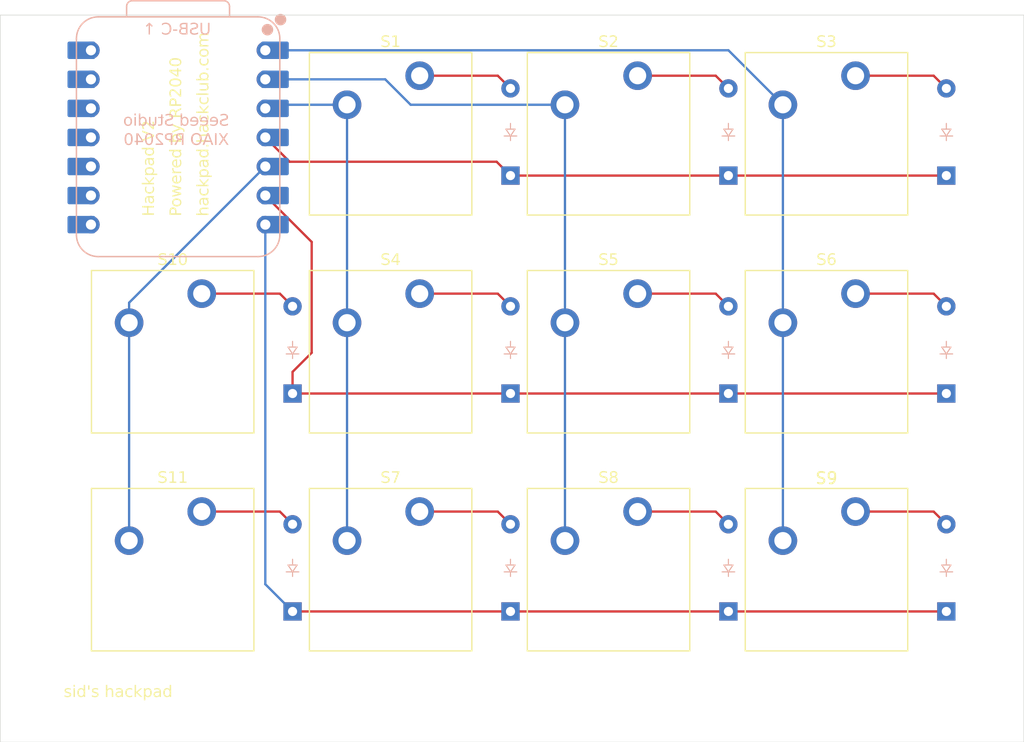
<source format=kicad_pcb>
(kicad_pcb (version 20240108) (generator "pcbnew") (generator_version "8.0")
  (layers (0 "F.Cu" signal) (31 "B.Cu" signal) (34 "B.Paste" user) (35 "F.Paste" user) (36 "B.SilkS" user "B.Silkscreen") (37 "F.SilkS" user "F.Silkscreen") (38 "B.Mask" user) (39 "F.Mask" user) (44 "Edge.Cuts" user))
  (net 0 "")
  (net 1 "Row 0")
  (net 2 "Net-(D1-A)")
  (net 3 "Net-(D2-A)")
  (net 4 "Net-(D3-A)")
  (net 5 "Row 1")
  (net 6 "Net-(D4-A)")
  (net 7 "Net-(D5-A)")
  (net 8 "Net-(D6-A)")
  (net 9 "Row 2")
  (net 10 "Net-(D7-A)")
  (net 11 "Net-(D8-A)")
  (net 12 "Net-(D9-A)")
  (net 13 "Net-(D11-A)")
  (net 14 "Column 1")
  (net 15 "Column 2")
  (net 16 "Column 3")
  (net 17 "Column 0")
  (net 21 "Net-(D10-A)")
  (footprint "ScottoKeebs_MX:MX_PCB_1.00u" (layer "F.Cu") (at 134.16 40.64)
    (property "Reference" "S3" (at 0 -8 0) (layer "F.SilkS"))
    (property "Value" "Keyswitch")
    (fp_line (start -7.1 -7.1) (end -7.1 7.1) (stroke (width 0.12)) (layer "F.SilkS"))
    (fp_line (start -7.1 7.1) (end 7.1 7.1) (stroke (width 0.12)) (layer "F.SilkS"))
    (fp_line (start 7.1 -7.1) (end -7.1 -7.1) (stroke (width 0.12)) (layer "F.SilkS"))
    (fp_line (start 7.1 7.1) (end 7.1 -7.1) (stroke (width 0.12)) (layer "F.SilkS"))
    (pad "" np_thru_hole circle (at -5.08 0) (size 1.75 1.75) (drill 1.75) (layers "*.Cu" "*.Mask"))
    (pad "" np_thru_hole circle (at 0 0) (size 4 4) (drill 4) (layers "*.Cu" "*.Mask"))
    (pad "" np_thru_hole circle (at 5.08 0) (size 1.75 1.75) (drill 1.75) (layers "*.Cu" "*.Mask"))
    (pad "1" thru_hole circle (at -3.81 -2.54) (size 2.5 2.5) (drill 1.5) (layers "*.Cu" "*.Mask") (net 16 "Column 3"))
    (pad "2" thru_hole circle (at 2.54 -5.08) (size 2.5 2.5) (drill 1.5) (layers "*.Cu" "*.Mask") (net 4 "Net-(D3-A)"))
  )
  (footprint "ScottoKeebs_MX:MX_PCB_1.00u" (layer "F.Cu") (at 96.06 78.74)
    (property "Reference" "S7" (at 0 -8 0) (layer "F.SilkS"))
    (property "Value" "Keyswitch")
    (fp_line (start -7.1 -7.1) (end -7.1 7.1) (stroke (width 0.12)) (layer "F.SilkS"))
    (fp_line (start -7.1 7.1) (end 7.1 7.1) (stroke (width 0.12)) (layer "F.SilkS"))
    (fp_line (start 7.1 -7.1) (end -7.1 -7.1) (stroke (width 0.12)) (layer "F.SilkS"))
    (fp_line (start 7.1 7.1) (end 7.1 -7.1) (stroke (width 0.12)) (layer "F.SilkS"))
    (pad "" np_thru_hole circle (at -5.08 0) (size 1.75 1.75) (drill 1.75) (layers "*.Cu" "*.Mask"))
    (pad "" np_thru_hole circle (at 0 0) (size 4 4) (drill 4) (layers "*.Cu" "*.Mask"))
    (pad "" np_thru_hole circle (at 5.08 0) (size 1.75 1.75) (drill 1.75) (layers "*.Cu" "*.Mask"))
    (pad "1" thru_hole circle (at -3.81 -2.54) (size 2.5 2.5) (drill 1.5) (layers "*.Cu" "*.Mask") (net 14 "Column 1"))
    (pad "2" thru_hole circle (at 2.54 -5.08) (size 2.5 2.5) (drill 1.5) (layers "*.Cu" "*.Mask") (net 10 "Net-(D7-A)"))
  )
  (footprint "ScottoKeebs_MX:MX_PCB_1.00u" (layer "F.Cu") (at 96.06 40.64)
    (property "Reference" "S1" (at 0 -8 0) (layer "F.SilkS"))
    (property "Value" "Keyswitch")
    (fp_line (start -7.1 -7.1) (end -7.1 7.1) (stroke (width 0.12)) (layer "F.SilkS"))
    (fp_line (start -7.1 7.1) (end 7.1 7.1) (stroke (width 0.12)) (layer "F.SilkS"))
    (fp_line (start 7.1 -7.1) (end -7.1 -7.1) (stroke (width 0.12)) (layer "F.SilkS"))
    (fp_line (start 7.1 7.1) (end 7.1 -7.1) (stroke (width 0.12)) (layer "F.SilkS"))
    (pad "" np_thru_hole circle (at -5.08 0) (size 1.75 1.75) (drill 1.75) (layers "*.Cu" "*.Mask"))
    (pad "" np_thru_hole circle (at 0 0) (size 4 4) (drill 4) (layers "*.Cu" "*.Mask"))
    (pad "" np_thru_hole circle (at 5.08 0) (size 1.75 1.75) (drill 1.75) (layers "*.Cu" "*.Mask"))
    (pad "1" thru_hole circle (at -3.81 -2.54) (size 2.5 2.5) (drill 1.5) (layers "*.Cu" "*.Mask") (net 14 "Column 1"))
    (pad "2" thru_hole circle (at 2.54 -5.08) (size 2.5 2.5) (drill 1.5) (layers "*.Cu" "*.Mask") (net 2 "Net-(D1-A)"))
  )
  (footprint "ScottoKeebs_MX:MX_PCB_1.00u" (layer "F.Cu") (at 115.11 78.74)
    (property "Reference" "S8" (at 0 -8 0) (layer "F.SilkS"))
    (property "Value" "Keyswitch")
    (fp_line (start -7.1 -7.1) (end -7.1 7.1) (stroke (width 0.12)) (layer "F.SilkS"))
    (fp_line (start -7.1 7.1) (end 7.1 7.1) (stroke (width 0.12)) (layer "F.SilkS"))
    (fp_line (start 7.1 -7.1) (end -7.1 -7.1) (stroke (width 0.12)) (layer "F.SilkS"))
    (fp_line (start 7.1 7.1) (end 7.1 -7.1) (stroke (width 0.12)) (layer "F.SilkS"))
    (pad "" np_thru_hole circle (at -5.08 0) (size 1.75 1.75) (drill 1.75) (layers "*.Cu" "*.Mask"))
    (pad "" np_thru_hole circle (at 0 0) (size 4 4) (drill 4) (layers "*.Cu" "*.Mask"))
    (pad "" np_thru_hole circle (at 5.08 0) (size 1.75 1.75) (drill 1.75) (layers "*.Cu" "*.Mask"))
    (pad "1" thru_hole circle (at -3.81 -2.54) (size 2.5 2.5) (drill 1.5) (layers "*.Cu" "*.Mask") (net 15 "Column 2"))
    (pad "2" thru_hole circle (at 2.54 -5.08) (size 2.5 2.5) (drill 1.5) (layers "*.Cu" "*.Mask") (net 11 "Net-(D8-A)"))
  )
  (footprint "ScottoKeebs_MX:MX_PCB_1.00u" (layer "F.Cu") (at 77.01 59.69)
    (property "Reference" "S10" (at 0 -8 0) (layer "F.SilkS"))
    (property "Value" "Keyswitch")
    (fp_line (start -7.1 -7.1) (end -7.1 7.1) (stroke (width 0.12)) (layer "F.SilkS"))
    (fp_line (start -7.1 7.1) (end 7.1 7.1) (stroke (width 0.12)) (layer "F.SilkS"))
    (fp_line (start 7.1 -7.1) (end -7.1 -7.1) (stroke (width 0.12)) (layer "F.SilkS"))
    (fp_line (start 7.1 7.1) (end 7.1 -7.1) (stroke (width 0.12)) (layer "F.SilkS"))
    (pad "" np_thru_hole circle (at -5.08 0) (size 1.75 1.75) (drill 1.75) (layers "*.Cu" "*.Mask"))
    (pad "" np_thru_hole circle (at 0 0) (size 4 4) (drill 4) (layers "*.Cu" "*.Mask"))
    (pad "" np_thru_hole circle (at 5.08 0) (size 1.75 1.75) (drill 1.75) (layers "*.Cu" "*.Mask"))
    (pad "1" thru_hole circle (at -3.81 -2.54) (size 2.5 2.5) (drill 1.5) (layers "*.Cu" "*.Mask") (net 17 "Column 0"))
    (pad "2" thru_hole circle (at 2.54 -5.08) (size 2.5 2.5) (drill 1.5) (layers "*.Cu" "*.Mask") (net 21 "Net-(D10-A)"))
  )
  (footprint "ScottoKeebs_MX:MX_PCB_1.00u" (layer "F.Cu") (at 96.06 59.69)
    (property "Reference" "S4" (at 0 -8 0) (layer "F.SilkS"))
    (property "Value" "Keyswitch")
    (fp_line (start -7.1 -7.1) (end -7.1 7.1) (stroke (width 0.12)) (layer "F.SilkS"))
    (fp_line (start -7.1 7.1) (end 7.1 7.1) (stroke (width 0.12)) (layer "F.SilkS"))
    (fp_line (start 7.1 -7.1) (end -7.1 -7.1) (stroke (width 0.12)) (layer "F.SilkS"))
    (fp_line (start 7.1 7.1) (end 7.1 -7.1) (stroke (width 0.12)) (layer "F.SilkS"))
    (pad "" np_thru_hole circle (at -5.08 0) (size 1.75 1.75) (drill 1.75) (layers "*.Cu" "*.Mask"))
    (pad "" np_thru_hole circle (at 0 0) (size 4 4) (drill 4) (layers "*.Cu" "*.Mask"))
    (pad "" np_thru_hole circle (at 5.08 0) (size 1.75 1.75) (drill 1.75) (layers "*.Cu" "*.Mask"))
    (pad "1" thru_hole circle (at -3.81 -2.54) (size 2.5 2.5) (drill 1.5) (layers "*.Cu" "*.Mask") (net 14 "Column 1"))
    (pad "2" thru_hole circle (at 2.54 -5.08) (size 2.5 2.5) (drill 1.5) (layers "*.Cu" "*.Mask") (net 6 "Net-(D4-A)"))
  )
  (footprint "ScottoKeebs_MX:MX_PCB_1.00u" (layer "F.Cu") (at 77.01 78.74)
    (property "Reference" "S11" (at 0 -8 0) (layer "F.SilkS"))
    (property "Value" "Keyswitch")
    (fp_line (start -7.1 -7.1) (end -7.1 7.1) (stroke (width 0.12)) (layer "F.SilkS"))
    (fp_line (start -7.1 7.1) (end 7.1 7.1) (stroke (width 0.12)) (layer "F.SilkS"))
    (fp_line (start 7.1 -7.1) (end -7.1 -7.1) (stroke (width 0.12)) (layer "F.SilkS"))
    (fp_line (start 7.1 7.1) (end 7.1 -7.1) (stroke (width 0.12)) (layer "F.SilkS"))
    (pad "" np_thru_hole circle (at -5.08 0) (size 1.75 1.75) (drill 1.75) (layers "*.Cu" "*.Mask"))
    (pad "" np_thru_hole circle (at 0 0) (size 4 4) (drill 4) (layers "*.Cu" "*.Mask"))
    (pad "" np_thru_hole circle (at 5.08 0) (size 1.75 1.75) (drill 1.75) (layers "*.Cu" "*.Mask"))
    (pad "1" thru_hole circle (at -3.81 -2.54) (size 2.5 2.5) (drill 1.5) (layers "*.Cu" "*.Mask") (net 17 "Column 0"))
    (pad "2" thru_hole circle (at 2.54 -5.08) (size 2.5 2.5) (drill 1.5) (layers "*.Cu" "*.Mask") (net 13 "Net-(D11-A)"))
  )
  (footprint "ScottoKeebs_MX:MX_PCB_1.00u" (layer "F.Cu") (at 115.11 59.69)
    (property "Reference" "S5" (at 0 -8 0) (layer "F.SilkS"))
    (property "Value" "Keyswitch")
    (fp_line (start -7.1 -7.1) (end -7.1 7.1) (stroke (width 0.12)) (layer "F.SilkS"))
    (fp_line (start -7.1 7.1) (end 7.1 7.1) (stroke (width 0.12)) (layer "F.SilkS"))
    (fp_line (start 7.1 -7.1) (end -7.1 -7.1) (stroke (width 0.12)) (layer "F.SilkS"))
    (fp_line (start 7.1 7.1) (end 7.1 -7.1) (stroke (width 0.12)) (layer "F.SilkS"))
    (pad "" np_thru_hole circle (at -5.08 0) (size 1.75 1.75) (drill 1.75) (layers "*.Cu" "*.Mask"))
    (pad "" np_thru_hole circle (at 0 0) (size 4 4) (drill 4) (layers "*.Cu" "*.Mask"))
    (pad "" np_thru_hole circle (at 5.08 0) (size 1.75 1.75) (drill 1.75) (layers "*.Cu" "*.Mask"))
    (pad "1" thru_hole circle (at -3.81 -2.54) (size 2.5 2.5) (drill 1.5) (layers "*.Cu" "*.Mask") (net 15 "Column 2"))
    (pad "2" thru_hole circle (at 2.54 -5.08) (size 2.5 2.5) (drill 1.5) (layers "*.Cu" "*.Mask") (net 7 "Net-(D5-A)"))
  )
  (footprint "ScottoKeebs_MX:MX_PCB_1.00u" (layer "F.Cu") (at 115.11 40.64)
    (property "Reference" "S2" (at 0 -8 0) (layer "F.SilkS"))
    (property "Value" "Keyswitch")
    (fp_line (start -7.1 -7.1) (end -7.1 7.1) (stroke (width 0.12)) (layer "F.SilkS"))
    (fp_line (start -7.1 7.1) (end 7.1 7.1) (stroke (width 0.12)) (layer "F.SilkS"))
    (fp_line (start 7.1 -7.1) (end -7.1 -7.1) (stroke (width 0.12)) (layer "F.SilkS"))
    (fp_line (start 7.1 7.1) (end 7.1 -7.1) (stroke (width 0.12)) (layer "F.SilkS"))
    (pad "" np_thru_hole circle (at -5.08 0) (size 1.75 1.75) (drill 1.75) (layers "*.Cu" "*.Mask"))
    (pad "" np_thru_hole circle (at 0 0) (size 4 4) (drill 4) (layers "*.Cu" "*.Mask"))
    (pad "" np_thru_hole circle (at 5.08 0) (size 1.75 1.75) (drill 1.75) (layers "*.Cu" "*.Mask"))
    (pad "1" thru_hole circle (at -3.81 -2.54) (size 2.5 2.5) (drill 1.5) (layers "*.Cu" "*.Mask") (net 15 "Column 2"))
    (pad "2" thru_hole circle (at 2.54 -5.08) (size 2.5 2.5) (drill 1.5) (layers "*.Cu" "*.Mask") (net 3 "Net-(D2-A)"))
  )
  (footprint "ScottoKeebs_MX:MX_PCB_1.00u" (layer "F.Cu") (at 134.16 78.74)
    (property "Reference" "S9" (at 0 -8 0) (layer "F.SilkS"))
    (property "Value" "Keyswitch")
    (fp_line (start -7.1 -7.1) (end -7.1 7.1) (stroke (width 0.12)) (layer "F.SilkS"))
    (fp_line (start -7.1 7.1) (end 7.1 7.1) (stroke (width 0.12)) (layer "F.SilkS"))
    (fp_line (start 7.1 -7.1) (end -7.1 -7.1) (stroke (width 0.12)) (layer "F.SilkS"))
    (fp_line (start 7.1 7.1) (end 7.1 -7.1) (stroke (width 0.12)) (layer "F.SilkS"))
    (pad "" np_thru_hole circle (at -5.08 0) (size 1.75 1.75) (drill 1.75) (layers "*.Cu" "*.Mask"))
    (pad "" np_thru_hole circle (at 0 0) (size 4 4) (drill 4) (layers "*.Cu" "*.Mask"))
    (pad "" np_thru_hole circle (at 5.08 0) (size 1.75 1.75) (drill 1.75) (layers "*.Cu" "*.Mask"))
    (pad "1" thru_hole circle (at -3.81 -2.54) (size 2.5 2.5) (drill 1.5) (layers "*.Cu" "*.Mask") (net 16 "Column 3"))
    (pad "2" thru_hole circle (at 2.54 -5.08) (size 2.5 2.5) (drill 1.5) (layers "*.Cu" "*.Mask") (net 12 "Net-(D9-A)"))
  )
  (footprint "ScottoKeebs_MX:MX_PCB_1.00u" (layer "F.Cu") (at 134.16 59.69)
    (property "Reference" "S6" (at 0 -8 0) (layer "F.SilkS"))
    (property "Value" "Keyswitch")
    (fp_line (start -7.1 -7.1) (end -7.1 7.1) (stroke (width 0.12)) (layer "F.SilkS"))
    (fp_line (start -7.1 7.1) (end 7.1 7.1) (stroke (width 0.12)) (layer "F.SilkS"))
    (fp_line (start 7.1 -7.1) (end -7.1 -7.1) (stroke (width 0.12)) (layer "F.SilkS"))
    (fp_line (start 7.1 7.1) (end 7.1 -7.1) (stroke (width 0.12)) (layer "F.SilkS"))
    (pad "" np_thru_hole circle (at -5.08 0) (size 1.75 1.75) (drill 1.75) (layers "*.Cu" "*.Mask"))
    (pad "" np_thru_hole circle (at 0 0) (size 4 4) (drill 4) (layers "*.Cu" "*.Mask"))
    (pad "" np_thru_hole circle (at 5.08 0) (size 1.75 1.75) (drill 1.75) (layers "*.Cu" "*.Mask"))
    (pad "1" thru_hole circle (at -3.81 -2.54) (size 2.5 2.5) (drill 1.5) (layers "*.Cu" "*.Mask") (net 16 "Column 3"))
    (pad "2" thru_hole circle (at 2.54 -5.08) (size 2.5 2.5) (drill 1.5) (layers "*.Cu" "*.Mask") (net 8 "Net-(D6-A)"))
  )
  (footprint "ScottoKeebs_Components:Diode_DO-35" (layer "B.Cu") (at 106.5375 82.39125 90)
    (property "Reference" "D7" (hide yes))
    (property "Value" "Diode" (hide yes))
    (fp_line (start 3.46 -0.55) (end 3.46 0.55) (stroke (width 0.1)) (layer "B.SilkS"))
    (fp_line (start 4.06 -0.4) (end 4.06 0.4) (stroke (width 0.1)) (layer "B.SilkS"))
    (fp_line (start 4.56 0) (end 4.06 0) (stroke (width 0.1)) (layer "B.SilkS"))
    (fp_line (start 3.46 0) (end 4.06 -0.4) (stroke (width 0.1)) (layer "B.SilkS"))
    (fp_line (start 3.46 0) (end 3.06 0) (stroke (width 0.1)) (layer "B.SilkS"))
    (fp_line (start 4.06 0.4) (end 3.46 0) (stroke (width 0.1)) (layer "B.SilkS"))
    (pad "1" thru_hole rect (at 0 0 90) (size 1.6 1.6) (drill 0.8) (layers "*.Cu" "*.Mask") (net 9 "Row 2"))
    (pad "2" thru_hole oval (at 7.62 0 90) (size 1.6 1.6) (drill 0.8) (layers "*.Cu" "*.Mask") (net 10 "Net-(D7-A)"))
  )
  (footprint "ScottoKeebs_Components:Diode_DO-35" (layer "B.Cu") (at 144.6375 82.39125 90)
    (property "Reference" "D9" (hide yes))
    (property "Value" "Diode" (hide yes))
    (fp_line (start 3.46 -0.55) (end 3.46 0.55) (stroke (width 0.1)) (layer "B.SilkS"))
    (fp_line (start 4.06 -0.4) (end 4.06 0.4) (stroke (width 0.1)) (layer "B.SilkS"))
    (fp_line (start 4.56 0) (end 4.06 0) (stroke (width 0.1)) (layer "B.SilkS"))
    (fp_line (start 3.46 0) (end 4.06 -0.4) (stroke (width 0.1)) (layer "B.SilkS"))
    (fp_line (start 3.46 0) (end 3.06 0) (stroke (width 0.1)) (layer "B.SilkS"))
    (fp_line (start 4.06 0.4) (end 3.46 0) (stroke (width 0.1)) (layer "B.SilkS"))
    (pad "1" thru_hole rect (at 0 0 90) (size 1.6 1.6) (drill 0.8) (layers "*.Cu" "*.Mask") (net 9 "Row 2"))
    (pad "2" thru_hole oval (at 7.62 0 90) (size 1.6 1.6) (drill 0.8) (layers "*.Cu" "*.Mask") (net 12 "Net-(D9-A)"))
  )
  (footprint "ScottoKeebs_Components:Diode_DO-35" (layer "B.Cu") (at 87.4875 63.34125 90)
    (property "Reference" "D10" (hide yes))
    (property "Value" "Diode" (hide yes))
    (fp_line (start 3.46 -0.55) (end 3.46 0.55) (stroke (width 0.1)) (layer "B.SilkS"))
    (fp_line (start 4.06 -0.4) (end 4.06 0.4) (stroke (width 0.1)) (layer "B.SilkS"))
    (fp_line (start 4.56 0) (end 4.06 0) (stroke (width 0.1)) (layer "B.SilkS"))
    (fp_line (start 3.46 0) (end 4.06 -0.4) (stroke (width 0.1)) (layer "B.SilkS"))
    (fp_line (start 3.46 0) (end 3.06 0) (stroke (width 0.1)) (layer "B.SilkS"))
    (fp_line (start 4.06 0.4) (end 3.46 0) (stroke (width 0.1)) (layer "B.SilkS"))
    (pad "1" thru_hole rect (at 0 0 90) (size 1.6 1.6) (drill 0.8) (layers "*.Cu" "*.Mask") (net 5 "Row 1"))
    (pad "2" thru_hole oval (at 7.62 0 90) (size 1.6 1.6) (drill 0.8) (layers "*.Cu" "*.Mask") (net 21 "Net-(D10-A)"))
  )
  (footprint "ScottoKeebs_Components:Diode_DO-35" (layer "B.Cu") (at 125.5875 63.34125 90)
    (property "Reference" "D5" (hide yes))
    (property "Value" "Diode" (hide yes))
    (fp_line (start 3.46 -0.55) (end 3.46 0.55) (stroke (width 0.1)) (layer "B.SilkS"))
    (fp_line (start 4.06 -0.4) (end 4.06 0.4) (stroke (width 0.1)) (layer "B.SilkS"))
    (fp_line (start 4.56 0) (end 4.06 0) (stroke (width 0.1)) (layer "B.SilkS"))
    (fp_line (start 3.46 0) (end 4.06 -0.4) (stroke (width 0.1)) (layer "B.SilkS"))
    (fp_line (start 3.46 0) (end 3.06 0) (stroke (width 0.1)) (layer "B.SilkS"))
    (fp_line (start 4.06 0.4) (end 3.46 0) (stroke (width 0.1)) (layer "B.SilkS"))
    (pad "1" thru_hole rect (at 0 0 90) (size 1.6 1.6) (drill 0.8) (layers "*.Cu" "*.Mask") (net 5 "Row 1"))
    (pad "2" thru_hole oval (at 7.62 0 90) (size 1.6 1.6) (drill 0.8) (layers "*.Cu" "*.Mask") (net 7 "Net-(D5-A)"))
  )
  (footprint "ScottoKeebs_Components:Diode_DO-35" (layer "B.Cu") (at 144.6375 44.29125 90)
    (property "Reference" "D3" (hide yes))
    (property "Value" "Diode" (hide yes))
    (fp_line (start 3.46 -0.55) (end 3.46 0.55) (stroke (width 0.1)) (layer "B.SilkS"))
    (fp_line (start 4.06 -0.4) (end 4.06 0.4) (stroke (width 0.1)) (layer "B.SilkS"))
    (fp_line (start 4.56 0) (end 4.06 0) (stroke (width 0.1)) (layer "B.SilkS"))
    (fp_line (start 3.46 0) (end 4.06 -0.4) (stroke (width 0.1)) (layer "B.SilkS"))
    (fp_line (start 3.46 0) (end 3.06 0) (stroke (width 0.1)) (layer "B.SilkS"))
    (fp_line (start 4.06 0.4) (end 3.46 0) (stroke (width 0.1)) (layer "B.SilkS"))
    (pad "1" thru_hole rect (at 0 0 90) (size 1.6 1.6) (drill 0.8) (layers "*.Cu" "*.Mask") (net 1 "Row 0"))
    (pad "2" thru_hole oval (at 7.62 0 90) (size 1.6 1.6) (drill 0.8) (layers "*.Cu" "*.Mask") (net 4 "Net-(D3-A)"))
  )
  (footprint "ScottoKeebs_Components:Diode_DO-35" (layer "B.Cu") (at 144.6375 63.34125 90)
    (property "Reference" "D6" (hide yes))
    (property "Value" "Diode" (hide yes))
    (fp_line (start 3.46 -0.55) (end 3.46 0.55) (stroke (width 0.1)) (layer "B.SilkS"))
    (fp_line (start 4.06 -0.4) (end 4.06 0.4) (stroke (width 0.1)) (layer "B.SilkS"))
    (fp_line (start 4.56 0) (end 4.06 0) (stroke (width 0.1)) (layer "B.SilkS"))
    (fp_line (start 3.46 0) (end 4.06 -0.4) (stroke (width 0.1)) (layer "B.SilkS"))
    (fp_line (start 3.46 0) (end 3.06 0) (stroke (width 0.1)) (layer "B.SilkS"))
    (fp_line (start 4.06 0.4) (end 3.46 0) (stroke (width 0.1)) (layer "B.SilkS"))
    (pad "1" thru_hole rect (at 0 0 90) (size 1.6 1.6) (drill 0.8) (layers "*.Cu" "*.Mask") (net 5 "Row 1"))
    (pad "2" thru_hole oval (at 7.62 0 90) (size 1.6 1.6) (drill 0.8) (layers "*.Cu" "*.Mask") (net 8 "Net-(D6-A)"))
  )
  (footprint "Seeed Studio XIAO Series Library:XIAO-RP2040-DIP" (layer "B.Cu") (at 77.48625 40.9575 180)
    (property "Reference" "U1" (hide yes))
    (property "Value" "XIAO-RP2040-DIP")
    (fp_line (start 8.89 8.636) (end 8.89 -8.509) (stroke (width 0.127)) (layer "B.SilkS"))
    (fp_line (start 6.985 -10.414) (end -6.985 -10.414) (stroke (width 0.127)) (layer "B.SilkS"))
    (fp_line (start 4.504 10.541) (end 4.504 11.451) (stroke (width 0.127)) (layer "B.SilkS"))
    (fp_line (start 4.004 11.951) (end -3.991272 11.951) (stroke (width 0.127)) (layer "B.SilkS"))
    (fp_line (start -4.491272 11.451272) (end -4.495 10.541) (stroke (width 0.127)) (layer "B.SilkS"))
    (fp_line (start -6.985 10.541) (end 6.985 10.541) (stroke (width 0.1)) (layer "B.SilkS"))
    (fp_line (start -6.985 10.541) (end 6.985 10.541) (stroke (width 0.127)) (layer "B.SilkS"))
    (fp_line (start -8.89 8.636) (end -8.89 -8.509) (stroke (width 0.127)) (layer "B.SilkS"))
    (fp_arc (start 8.89 8.636) (mid 8.332038 9.983038) (end 6.985 10.541) (stroke (width 0.127)) (layer "B.SilkS"))
    (fp_arc (start 6.985 -10.414) (mid 8.332038 -9.856038) (end 8.89 -8.509) (stroke (width 0.127)) (layer "B.SilkS"))
    (fp_arc (start 4.504 11.451) (mid 4.357553 11.804553) (end 4.004 11.951) (stroke (width 0.127)) (layer "B.SilkS"))
    (fp_arc (start -3.991272 11.951) (mid -4.344724 11.804644) (end -4.491272 11.451272) (stroke (width 0.127)) (layer "B.SilkS"))
    (fp_arc (start -6.985 10.541) (mid -8.332038 9.983038) (end -8.89 8.636) (stroke (width 0.127)) (layer "B.SilkS"))
    (fp_arc (start -8.89 -8.509) (mid -8.332038 -9.856038) (end -6.985 -10.414) (stroke (width 0.127)) (layer "B.SilkS"))
    (fp_circle (center -7.807 9.42) (end -7.807 9.674) (stroke (width 0.5)) (fill solid) (layer "B.SilkS"))
    (fp_circle (center -8.95 10.3) (end -8.95 10.554) (stroke (width 0.5)) (fill solid) (layer "B.SilkS"))
    (pad "1" smd roundrect (at -8.455 7.62) (size 2.432 1.524) (layers "B.Cu" "B.Mask") (roundrect_rratio 0.1) (net 16 "Column 3"))
    (pad "1" thru_hole circle (at -7.62 7.62) (size 1.524 1.524) (drill 0.889) (layers "*.Cu" "*.Mask") (net 16 "Column 3"))
    (pad "2" smd roundrect (at -8.455 5.08) (size 2.432 1.524) (layers "B.Cu" "B.Mask") (roundrect_rratio 0.1) (net 15 "Column 2"))
    (pad "2" thru_hole circle (at -7.62 5.08) (size 1.524 1.524) (drill 0.889) (layers "*.Cu" "*.Mask") (net 15 "Column 2"))
    (pad "3" smd roundrect (at -8.455 2.54) (size 2.432 1.524) (layers "B.Cu" "B.Mask") (roundrect_rratio 0.1) (net 14 "Column 1"))
    (pad "3" thru_hole circle (at -7.62 2.54) (size 1.524 1.524) (drill 0.889) (layers "*.Cu" "*.Mask") (net 14 "Column 1"))
    (pad "4" smd roundrect (at -8.455 0) (size 2.432 1.524) (layers "B.Cu" "B.Mask") (roundrect_rratio 0.1) (net 1 "Row 0"))
    (pad "4" thru_hole circle (at -7.62 0) (size 1.524 1.524) (drill 0.889) (layers "*.Cu" "*.Mask") (net 1 "Row 0"))
    (pad "5" smd roundrect (at -8.455 -2.54) (size 2.432 1.524) (layers "B.Cu" "B.Mask") (roundrect_rratio 0.1) (net 17 "Column 0"))
    (pad "5" thru_hole circle (at -7.62 -2.54) (size 1.524 1.524) (drill 0.889) (layers "*.Cu" "*.Mask") (net 17 "Column 0"))
    (pad "6" smd roundrect (at -8.455 -5.08) (size 2.432 1.524) (layers "B.Cu" "B.Mask") (roundrect_rratio 0.1) (net 5 "Row 1"))
    (pad "6" thru_hole circle (at -7.62 -5.08) (size 1.524 1.524) (drill 0.889) (layers "*.Cu" "*.Mask") (net 5 "Row 1"))
    (pad "7" smd roundrect (at -8.455 -7.62) (size 2.432 1.524) (layers "B.Cu" "B.Mask") (roundrect_rratio 0.1) (net 9 "Row 2"))
    (pad "7" thru_hole circle (at -7.62 -7.62) (size 1.524 1.524) (drill 0.889) (layers "*.Cu" "*.Mask") (net 9 "Row 2"))
    (pad "8" thru_hole circle (at 7.62 -7.62 180) (size 1.524 1.524) (drill 0.889) (layers "*.Cu" "*.Mask"))
    (pad "8" smd roundrect (at 8.455 -7.62 180) (size 2.432 1.524) (layers "B.Cu" "B.Mask") (roundrect_rratio 0.1))
    (pad "9" thru_hole circle (at 7.62 -5.08 180) (size 1.524 1.524) (drill 0.889) (layers "*.Cu" "*.Mask"))
    (pad "9" smd roundrect (at 8.455 -5.08 180) (size 2.432 1.524) (layers "B.Cu" "B.Mask") (roundrect_rratio 0.1))
    (pad "10" thru_hole circle (at 7.62 -2.54 180) (size 1.524 1.524) (drill 0.889) (layers "*.Cu" "*.Mask"))
    (pad "10" smd roundrect (at 8.455 -2.54 180) (size 2.432 1.524) (layers "B.Cu" "B.Mask") (roundrect_rratio 0.1))
    (pad "11" thru_hole circle (at 7.62 0 180) (size 1.524 1.524) (drill 0.889) (layers "*.Cu" "*.Mask"))
    (pad "11" smd roundrect (at 8.455 0 180) (size 2.432 1.524) (layers "B.Cu" "B.Mask") (roundrect_rratio 0.1))
    (pad "12" thru_hole circle (at 7.62 2.54 180) (size 1.524 1.524) (drill 0.889) (layers "*.Cu" "*.Mask"))
    (pad "12" smd roundrect (at 8.455 2.54 180) (size 2.432 1.524) (layers "B.Cu" "B.Mask") (roundrect_rratio 0.1))
    (pad "13" thru_hole circle (at 7.62 5.08 180) (size 1.524 1.524) (drill 0.889) (layers "*.Cu" "*.Mask"))
    (pad "13" smd roundrect (at 8.455 5.08 180) (size 2.432 1.524) (layers "B.Cu" "B.Mask") (roundrect_rratio 0.1))
    (pad "14" thru_hole circle (at 7.62 7.62 180) (size 1.524 1.524) (drill 0.889) (layers "*.Cu" "*.Mask"))
    (pad "14" smd roundrect (at 8.455 7.62 180) (size 2.432 1.524) (layers "B.Cu" "B.Mask") (roundrect_rratio 0.1))
  )
  (footprint "ScottoKeebs_Components:Diode_DO-35" (layer "B.Cu") (at 125.5875 44.29125 90)
    (property "Reference" "D2" (hide yes))
    (property "Value" "Diode" (hide yes))
    (fp_line (start 3.46 -0.55) (end 3.46 0.55) (stroke (width 0.1)) (layer "B.SilkS"))
    (fp_line (start 4.06 -0.4) (end 4.06 0.4) (stroke (width 0.1)) (layer "B.SilkS"))
    (fp_line (start 4.56 0) (end 4.06 0) (stroke (width 0.1)) (layer "B.SilkS"))
    (fp_line (start 3.46 0) (end 4.06 -0.4) (stroke (width 0.1)) (layer "B.SilkS"))
    (fp_line (start 3.46 0) (end 3.06 0) (stroke (width 0.1)) (layer "B.SilkS"))
    (fp_line (start 4.06 0.4) (end 3.46 0) (stroke (width 0.1)) (layer "B.SilkS"))
    (pad "1" thru_hole rect (at 0 0 90) (size 1.6 1.6) (drill 0.8) (layers "*.Cu" "*.Mask") (net 1 "Row 0"))
    (pad "2" thru_hole oval (at 7.62 0 90) (size 1.6 1.6) (drill 0.8) (layers "*.Cu" "*.Mask") (net 3 "Net-(D2-A)"))
  )
  (footprint "ScottoKeebs_Components:Diode_DO-35" (layer "B.Cu") (at 106.5375 63.34125 90)
    (property "Reference" "D4" (hide yes))
    (property "Value" "Diode" (hide yes))
    (fp_line (start 3.46 -0.55) (end 3.46 0.55) (stroke (width 0.1)) (layer "B.SilkS"))
    (fp_line (start 4.06 -0.4) (end 4.06 0.4) (stroke (width 0.1)) (layer "B.SilkS"))
    (fp_line (start 4.56 0) (end 4.06 0) (stroke (width 0.1)) (layer "B.SilkS"))
    (fp_line (start 3.46 0) (end 4.06 -0.4) (stroke (width 0.1)) (layer "B.SilkS"))
    (fp_line (start 3.46 0) (end 3.06 0) (stroke (width 0.1)) (layer "B.SilkS"))
    (fp_line (start 4.06 0.4) (end 3.46 0) (stroke (width 0.1)) (layer "B.SilkS"))
    (pad "1" thru_hole rect (at 0 0 90) (size 1.6 1.6) (drill 0.8) (layers "*.Cu" "*.Mask") (net 5 "Row 1"))
    (pad "2" thru_hole oval (at 7.62 0 90) (size 1.6 1.6) (drill 0.8) (layers "*.Cu" "*.Mask") (net 6 "Net-(D4-A)"))
  )
  (footprint "ScottoKeebs_Components:Diode_DO-35" (layer "B.Cu") (at 125.5875 82.39125 90)
    (property "Reference" "D8" (hide yes))
    (property "Value" "Diode" (hide yes))
    (fp_line (start 3.46 -0.55) (end 3.46 0.55) (stroke (width 0.1)) (layer "B.SilkS"))
    (fp_line (start 4.06 -0.4) (end 4.06 0.4) (stroke (width 0.1)) (layer "B.SilkS"))
    (fp_line (start 4.56 0) (end 4.06 0) (stroke (width 0.1)) (layer "B.SilkS"))
    (fp_line (start 3.46 0) (end 4.06 -0.4) (stroke (width 0.1)) (layer "B.SilkS"))
    (fp_line (start 3.46 0) (end 3.06 0) (stroke (width 0.1)) (layer "B.SilkS"))
    (fp_line (start 4.06 0.4) (end 3.46 0) (stroke (width 0.1)) (layer "B.SilkS"))
    (pad "1" thru_hole rect (at 0 0 90) (size 1.6 1.6) (drill 0.8) (layers "*.Cu" "*.Mask") (net 9 "Row 2"))
    (pad "2" thru_hole oval (at 7.62 0 90) (size 1.6 1.6) (drill 0.8) (layers "*.Cu" "*.Mask") (net 11 "Net-(D8-A)"))
  )
  (footprint "ScottoKeebs_Components:Diode_DO-35" (layer "B.Cu") (at 87.4875 82.39125 90)
    (property "Reference" "D11" (hide yes))
    (property "Value" "Diode" (hide yes))
    (fp_line (start 3.46 -0.55) (end 3.46 0.55) (stroke (width 0.1)) (layer "B.SilkS"))
    (fp_line (start 4.06 -0.4) (end 4.06 0.4) (stroke (width 0.1)) (layer "B.SilkS"))
    (fp_line (start 4.56 0) (end 4.06 0) (stroke (width 0.1)) (layer "B.SilkS"))
    (fp_line (start 3.46 0) (end 4.06 -0.4) (stroke (width 0.1)) (layer "B.SilkS"))
    (fp_line (start 3.46 0) (end 3.06 0) (stroke (width 0.1)) (layer "B.SilkS"))
    (fp_line (start 4.06 0.4) (end 3.46 0) (stroke (width 0.1)) (layer "B.SilkS"))
    (pad "1" thru_hole rect (at 0 0 90) (size 1.6 1.6) (drill 0.8) (layers "*.Cu" "*.Mask") (net 9 "Row 2"))
    (pad "2" thru_hole oval (at 7.62 0 90) (size 1.6 1.6) (drill 0.8) (layers "*.Cu" "*.Mask") (net 13 "Net-(D11-A)"))
  )
  (footprint "ScottoKeebs_Components:Diode_DO-35" (layer "B.Cu") (at 106.5375 44.29125 90)
    (property "Reference" "D1" (hide yes))
    (property "Value" "Diode" (hide yes))
    (fp_line (start 3.46 -0.55) (end 3.46 0.55) (stroke (width 0.1)) (layer "B.SilkS"))
    (fp_line (start 4.06 -0.4) (end 4.06 0.4) (stroke (width 0.1)) (layer "B.SilkS"))
    (fp_line (start 4.56 0) (end 4.06 0) (stroke (width 0.1)) (layer "B.SilkS"))
    (fp_line (start 3.46 0) (end 4.06 -0.4) (stroke (width 0.1)) (layer "B.SilkS"))
    (fp_line (start 3.46 0) (end 3.06 0) (stroke (width 0.1)) (layer "B.SilkS"))
    (fp_line (start 4.06 0.4) (end 3.46 0) (stroke (width 0.1)) (layer "B.SilkS"))
    (pad "1" thru_hole rect (at 0 0 90) (size 1.6 1.6) (drill 0.8) (layers "*.Cu" "*.Mask") (net 1 "Row 0"))
    (pad "2" thru_hole oval (at 7.62 0 90) (size 1.6 1.6) (drill 0.8) (layers "*.Cu" "*.Mask") (net 2 "Net-(D1-A)"))
  )
  (gr_rect (start 61.94 30.26) (end 151.41 93.81) (stroke (width 0.05)) (fill none) (layer "Edge.Cuts"))
  (gr_text "Seeed Studio\nXIAO RP2040" (at 81.94 41.78 0) (layer "B.SilkS") (effects (font (size 1 1) (thickness 0.125)) (justify left bottom mirror)))
  (gr_text "USB-C ↑" (at 80.35 32.13 0) (layer "B.SilkS") (effects (font (size 1 1) (thickness 0.125)) (justify left bottom mirror)))
  (gr_text "Hackpad V2" (at 75.53875 47.86 90) (layer "F.SilkS") (effects (font (size 1 1) (thickness 0.125)) (justify left bottom)))
  (gr_text "Powered by RP2040" (at 77.92 47.86 90) (layer "F.SilkS") (effects (font (size 1 1) (thickness 0.125)) (justify left bottom)))
  (gr_text "sid's hackpad" (at 67.48 90.04 0) (layer "F.SilkS") (effects (font (size 1 1) (thickness 0.125)) (justify left bottom)))
  (gr_text "hackpad.hackclub.com" (at 80.30125 47.86 90) (layer "F.SilkS") (effects (font (size 1 1) (thickness 0.125)) (justify left bottom)))
  (segment (start 106.5375 44.29125) (end 144.6375 44.29125) (width 0.2) (layer "F.Cu") (net 1))
  (segment (start 105.32625 43.08) (end 87.22875 43.08) (width 0.2) (layer "F.Cu") (net 1))
  (segment (start 106.5375 44.29125) (end 105.32625 43.08) (width 0.2) (layer "F.Cu") (net 1))
  (segment (start 87.22875 43.08) (end 85.10625 40.9575) (width 0.2) (layer "F.Cu") (net 1))
  (segment (start 98.6 35.56) (end 105.42625 35.56) (width 0.2) (layer "F.Cu") (net 2))
  (segment (start 105.42625 35.56) (end 106.5375 36.67125) (width 0.2) (layer "F.Cu") (net 2))
  (segment (start 124.47625 35.56) (end 125.5875 36.67125) (width 0.2) (layer "F.Cu") (net 3))
  (segment (start 117.65 35.56) (end 124.47625 35.56) (width 0.2) (layer "F.Cu") (net 3))
  (segment (start 143.52625 35.56) (end 144.6375 36.67125) (width 0.2) (layer "F.Cu") (net 4))
  (segment (start 136.7 35.56) (end 143.52625 35.56) (width 0.2) (layer "F.Cu") (net 4))
  (segment (start 106.5375 63.34125) (end 144.6375 63.34125) (width 0.2) (layer "F.Cu") (net 5))
  (segment (start 87.4875 63.34125) (end 87.4875 61.450088) (width 0.2) (layer "F.Cu") (net 5))
  (segment (start 87.4875 61.450088) (end 89.16 59.777588) (width 0.2) (layer "F.Cu") (net 5))
  (segment (start 87.4875 63.34125) (end 106.5375 63.34125) (width 0.2) (layer "F.Cu") (net 5))
  (segment (start 89.16 50.09125) (end 85.10625 46.0375) (width 0.2) (layer "F.Cu") (net 5))
  (segment (start 89.16 59.777588) (end 89.16 50.09125) (width 0.2) (layer "F.Cu") (net 5))
  (segment (start 86.18388 46.0375) (end 85.10625 46.0375) (width 0.2) (layer "B.Cu") (net 5))
  (segment (start 98.6 54.61) (end 105.42625 54.61) (width 0.2) (layer "F.Cu") (net 6))
  (segment (start 105.42625 54.61) (end 106.5375 55.72125) (width 0.2) (layer "F.Cu") (net 6))
  (segment (start 117.65 54.61) (end 124.47625 54.61) (width 0.2) (layer "F.Cu") (net 7))
  (segment (start 124.47625 54.61) (end 125.5875 55.72125) (width 0.2) (layer "F.Cu") (net 7))
  (segment (start 136.7 54.61) (end 143.52625 54.61) (width 0.2) (layer "F.Cu") (net 8))
  (segment (start 143.52625 54.61) (end 144.6375 55.72125) (width 0.2) (layer "F.Cu") (net 8))
  (segment (start 87.4875 82.39125) (end 144.6375 82.39125) (width 0.2) (layer "F.Cu") (net 9))
  (segment (start 87.4875 82.39125) (end 85.10625 80.01) (width 0.2) (layer "B.Cu") (net 9))
  (segment (start 85.10625 80.01) (end 85.10625 48.5775) (width 0.2) (layer "B.Cu") (net 9))
  (segment (start 98.6 73.66) (end 105.42625 73.66) (width 0.2) (layer "F.Cu") (net 10))
  (segment (start 105.42625 73.66) (end 106.5375 74.77125) (width 0.2) (layer "F.Cu") (net 10))
  (segment (start 117.65 73.66) (end 124.47625 73.66) (width 0.2) (layer "F.Cu") (net 11))
  (segment (start 124.47625 73.66) (end 125.5875 74.77125) (width 0.2) (layer "F.Cu") (net 11))
  (segment (start 143.52625 73.66) (end 144.6375 74.77125) (width 0.2) (layer "F.Cu") (net 12))
  (segment (start 136.7 73.66) (end 143.52625 73.66) (width 0.2) (layer "F.Cu") (net 12))
  (segment (start 86.37625 73.66) (end 87.4875 74.77125) (width 0.2) (layer "F.Cu") (net 13))
  (segment (start 79.55 73.66) (end 86.37625 73.66) (width 0.2) (layer "F.Cu") (net 13))
  (segment (start 92.25 38.1) (end 92.25 76.2) (width 0.2) (layer "B.Cu") (net 14))
  (segment (start 85.42375 38.1) (end 85.10625 38.4175) (width 0.2) (layer "B.Cu") (net 14))
  (segment (start 92.25 38.1) (end 85.42375 38.1) (width 0.2) (layer "B.Cu") (net 14))
  (segment (start 111.3 38.1) (end 97.81 38.1) (width 0.2) (layer "B.Cu") (net 15))
  (segment (start 97.81 38.1) (end 95.5875 35.8775) (width 0.2) (layer "B.Cu") (net 15))
  (segment (start 111.3 76.2) (end 111.3 38.1) (width 0.2) (layer "B.Cu") (net 15))
  (segment (start 95.5875 35.8775) (end 85.94125 35.8775) (width 0.2) (layer "B.Cu") (net 15))
  (segment (start 130.35 38.1) (end 125.5875 33.3375) (width 0.2) (layer "B.Cu") (net 16))
  (segment (start 125.5875 33.3375) (end 85.94125 33.3375) (width 0.2) (layer "B.Cu") (net 16))
  (segment (start 130.35 38.1) (end 130.35 76.2) (width 0.2) (layer "B.Cu") (net 16))
  (segment (start 73.2 55.40375) (end 85.10625 43.4975) (width 0.2) (layer "B.Cu") (net 17))
  (segment (start 73.2 76.2) (end 73.2 57.15) (width 0.2) (layer "B.Cu") (net 17))
  (segment (start 73.2 57.15) (end 73.2 55.40375) (width 0.2) (layer "B.Cu") (net 17))
  (segment (start 86.37625 54.61) (end 87.4875 55.72125) (width 0.2) (layer "F.Cu") (net 21))
  (segment (start 79.55 54.61) (end 86.37625 54.61) (width 0.2) (layer "F.Cu") (net 21))
)
</source>
